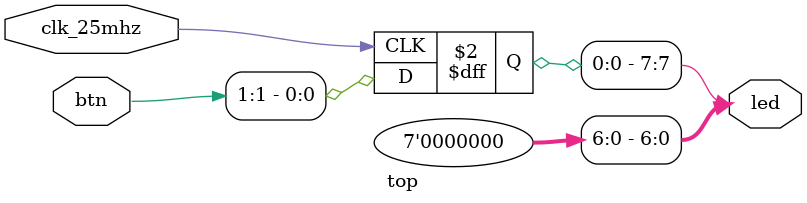
<source format=v>
module top(input clk_25mhz, 
           input [6:0] btn, 
           output [7:0] led);

    assign led[6:0] = 0;

    always @(posedge clk_25mhz) begin
          led[7] <= btn[1];
    end

endmodule
</source>
